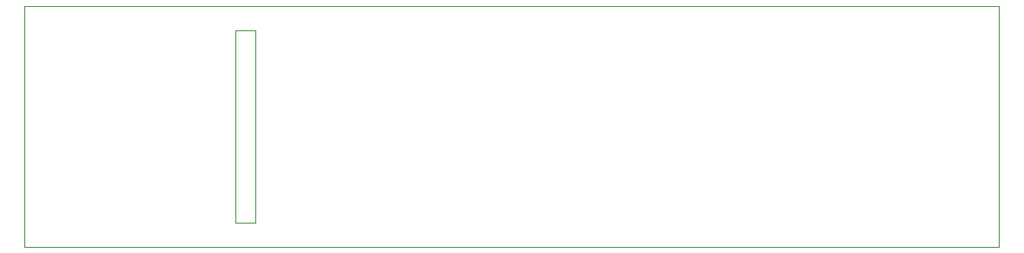
<source format=gm1>
G04 #@! TF.GenerationSoftware,KiCad,Pcbnew,8.0.3*
G04 #@! TF.CreationDate,2025-08-12T15:57:27+07:00*
G04 #@! TF.ProjectId,si-hardware-downled,73692d68-6172-4647-9761-72652d646f77,rev?*
G04 #@! TF.SameCoordinates,Original*
G04 #@! TF.FileFunction,Profile,NP*
%FSLAX46Y46*%
G04 Gerber Fmt 4.6, Leading zero omitted, Abs format (unit mm)*
G04 Created by KiCad (PCBNEW 8.0.3) date 2025-08-12 15:57:27*
%MOMM*%
%LPD*%
G01*
G04 APERTURE LIST*
G04 #@! TA.AperFunction,Profile*
%ADD10C,0.100000*%
G04 #@! TD*
G04 #@! TA.AperFunction,Profile*
%ADD11C,0.050000*%
G04 #@! TD*
G04 APERTURE END LIST*
D10*
X122114000Y-67143900D02*
X124019000Y-67143900D01*
X124019000Y-85954900D01*
X122114000Y-85954900D01*
X122114000Y-67143900D01*
D11*
X101540000Y-64780000D02*
X196540000Y-64780000D01*
X196540000Y-88309600D01*
X101540000Y-88309600D01*
X101540000Y-64780000D01*
M02*

</source>
